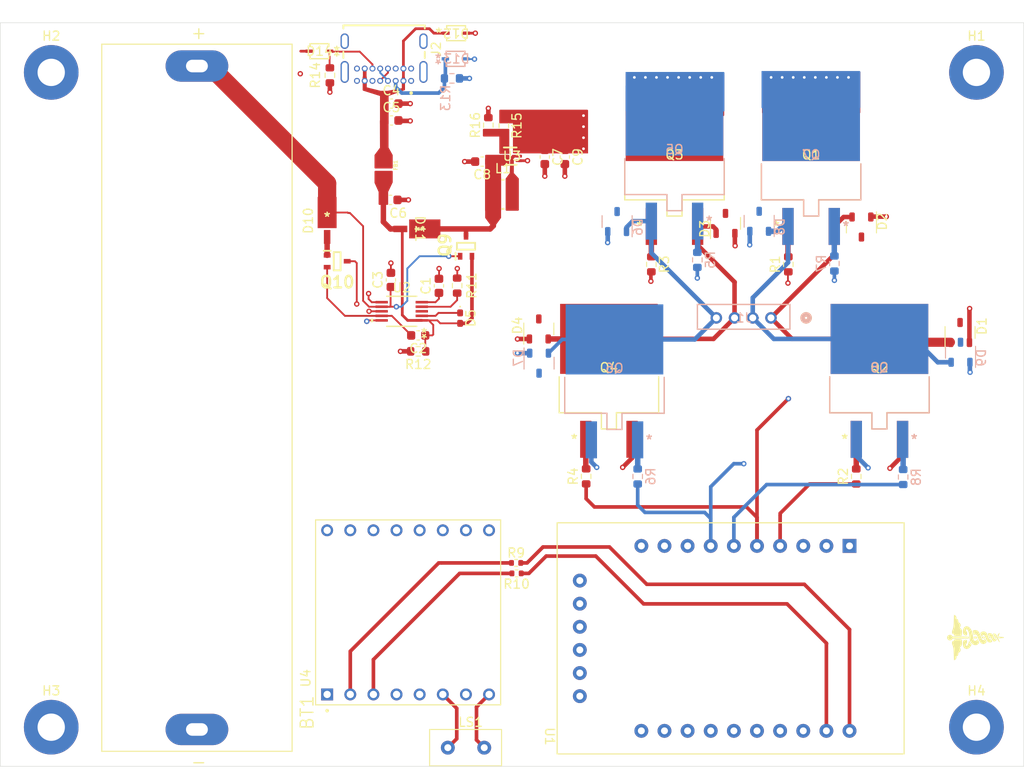
<source format=kicad_pcb>
(kicad_pcb (version 20240108) (generator "pcbnew") (generator_version "8.0")
  (layers (0 "F.Cu" signal) (1 "In1.Cu" signal) (2 "In2.Cu" signal) (31 "B.Cu" signal) (34 "B.Paste" user) (35 "F.Paste" user) (36 "B.SilkS" user "B.Silkscreen") (37 "F.SilkS" user "F.Silkscreen") (38 "B.Mask" user) (39 "F.Mask" user) (44 "Edge.Cuts" user))
  (net 0 "")
  (net 1 "GND")
  (net 2 "Net-(D10-K)")
  (net 3 "Net-(U2-CT)")
  (net 4 "VDD")
  (net 5 "Net-(Q10-G)")
  (net 6 "/Charger/VBUS")
  (net 7 "+5V")
  (net 8 "VCC")
  (net 9 "/Coil_A+")
  (net 10 "/Coil_A-")
  (net 11 "Net-(D5-K)")
  (net 12 "/Coil_B+")
  (net 13 "/Coil_B-")
  (net 14 "Net-(D10-A)")
  (net 15 "/Charger/CC1")
  (net 16 "/Charger/CC2")
  (net 17 "/Charger/DP")
  (net 18 "/Charger/DN")
  (net 21 "Net-(U3-SW)")
  (net 22 "Net-(Q1-Pad1)")
  (net 23 "Net-(Q2-Pad1)")
  (net 24 "Net-(Q3-Pad1)")
  (net 25 "Net-(Q4-Pad1)")
  (net 26 "Net-(Q5-Pad1)")
  (net 27 "Net-(Q6-Pad1)")
  (net 28 "Net-(Q7-Pad1)")
  (net 29 "Net-(Q8-Pad1)")
  (net 30 "Net-(Q10-S)")
  (net 31 "/P1")
  (net 32 "/P2")
  (net 33 "/P3")
  (net 34 "/P4")
  (net 35 "Net-(U2-ISET)")
  (net 36 "Net-(U3-FB)")
  (net 38 "+3V3")
  (net 43 "/SPK-")
  (net 54 "/SPK+")
  (net 61 "Net-(U4-RX)")
  (net 62 "/MP3_RX")
  (net 63 "Net-(U4-TX)")
  (net 64 "/MP3_TX")
  (footprint "Resistor_SMD:R_0603_1608Metric" (layer "F.Cu") (at 166.64075 73.34075 90)
    (property "Reference" "R1")
    (property "Value" "1k")
  )
  (footprint "Footprints:D2PAK" (layer "F.Cu") (at 154.14075 61.30305)
    (property "Reference" "Q3")
    (property "Value" "IRF540NSTRLPBF")
  )
  (footprint "Footprints:21-0061L_MXM" (layer "F.Cu") (at 124.1889 78.5 180)
    (property "Reference" "U2")
    (property "Value" "max1898eub42+T")
  )
  (footprint "MountingHole:MountingHole_3mm_Pad_TopBottom" (layer "F.Cu") (at 187.3 124.2)
    (property "Reference" "H4")
    (property "Value" "MountingHole")
  )
  (footprint "Footprints:SOT65P210X110-3N" (layer "F.Cu") (at 131.25 71.35 90)
    (property "Reference" "Q9")
    (property "Value" "PMOS" (hide yes))
  )
  (footprint "MountingHole:MountingHole_3mm_Pad_TopBottom" (layer "F.Cu") (at 187.3 52.25)
    (property "Reference" "H1")
    (property "Value" "MountingHole")
  )
  (footprint "Resistor_SMD:R_0603_1608Metric" (layer "F.Cu") (at 144.44075 96.64075 90)
    (property "Reference" "R4")
    (property "Value" "1k")
  )
  (footprint "Resistor_SMD:R_0603_1608Metric" (layer "F.Cu") (at 174.1 96.65 90)
    (property "Reference" "R2")
    (property "Value" "1k")
  )
  (footprint "Resistor_SMD:R_0603_1608Metric" (layer "F.Cu") (at 116.3 52.57 -90)
    (property "Reference" "R14")
    (property "Value" "5.1k")
  )
  (footprint "Footprints:POWERMITE1_DO-216AA_MIS_MCH" (layer "F.Cu") (at 115.9975 68.1682)
    (property "Reference" "D10")
    (property "Value" "UPS115UE3/TR7")
  )
  (footprint "Footprints:D2PAK" (layer "F.Cu") (at 176.64075 84.69295)
    (property "Reference" "Q2")
    (property "Value" "IRF540NSTRLPBF")
  )
  (footprint "Resistor_SMD:R_0402_1005Metric" (layer "F.Cu") (at 136.8 107.3 180)
    (property "Reference" "R10")
    (property "Value" "1k")
  )
  (footprint "MountingHole:MountingHole_3mm_Pad_TopBottom" (layer "F.Cu") (at 85.7 124.2)
    (property "Reference" "H3")
    (property "Value" "MountingHole")
  )
  (footprint "Capacitor_SMD:C_0603_1608Metric" (layer "F.Cu") (at 126 81.15 180)
    (property "Reference" "C2")
    (property "Value" "100nF")
  )
  (footprint "Footprints:BAT_BH-18650-PC" (layer "F.Cu") (at 101.7 88 90)
    (property "Reference" "BT1")
    (property "Value" "BH-18650-PC")
  )
  (footprint "MountingHole:MountingHole_3mm_Pad_TopBottom" (layer "F.Cu") (at 85.7 52.25)
    (property "Reference" "H2")
    (property "Value" "MountingHole")
  )
  (footprint "LOGO" (layer "F.Cu") (at 187.199908 114.349802 90)
    (property "Reference" "G***" (hide yes))
    (property "Value" "LOGO" (hide yes))
  )
  (footprint "Capacitor_SMD:C_0603_1608Metric" (layer "F.Cu") (at 123.05 57.53)
    (property "Reference" "C5")
    (property "Value" "1uF")
  )
  (footprint "Resistor_SMD:R_0603_1608Metric" (layer "F.Cu") (at 151.6 73.34075 -90)
    (property "Reference" "R3")
    (property "Value" "1k")
  )
  (footprint "Footprints:P200_SOT-23" (layer "F.Cu") (at 138.21075 81.54075 90)
    (property "Reference" "D4")
    (property "Value" "BAS40-04")
  )
  (footprint "Footprints:GCT_USB4085-GF-A_REVB" (layer "F.Cu") (at 122.25 48.82 180)
    (property "Reference" "J2")
    (property "Value" "USB4085-GF-A_REVB")
  )
  (footprint "ESP8266_THT:ESP8266_THT" (layer "F.Cu") (at 160.3056 114.44 -90)
    (property "Reference" "U1")
    (property "Value" "ESP8266")
  )
  (footprint "Footprints:DRL0006A" (layer "F.Cu") (at 136.3 61.450834)
    (property "Reference" "U3")
    (property "Value" "TPS61023DRLR")
  )
  (footprint "Footprints:D2PAK" (layer "F.Cu") (at 146.94075 84.69295)
    (property "Reference" "Q4")
    (property "Value" "IRF540NSTRLPBF")
  )
  (footprint "Footprints:D2PAK" (layer "F.Cu") (at 169.14075 61.30305)
    (property "Reference" "Q1")
    (property "Value" "IRF540NSTRLPBF")
  )
  (footprint "Resistor_SMD:R_0603_1608Metric" (layer "F.Cu") (at 135.4 58.1 -90)
    (property "Reference" "R15")
    (property "Value" "732k")
  )
  (footprint "Resistor_SMD:R_0402_1005Metric" (layer "F.Cu") (at 136.75 106.15 180)
    (property "Reference" "R9")
    (property "Value" "1k")
  )
  (footprint "Capacitor_SMD:C_0603_1608Metric" (layer "F.Cu") (at 133.025 62.050834 180)
    (property "Reference" "C8")
    (property "Value" "22uF")
  )
  (footprint "Footprints:Speaker" (layer "F.Cu") (at 131.25 126.45)
    (property "Reference" "LS1")
    (property "Value" "Speaker")
  )
  (footprint "Resistor_SMD:R_0603_1608Metric" (layer "F.Cu") (at 126 82.9 180)
    (property "Reference" "R12")
    (property "Value" "100k")
  )
  (footprint "Footprints:MODULE_DFR0299" (layer "F.Cu") (at 124.89 111.583 90)
    (property "Reference" "U4")
    (property "Value" "~")
  )
  (footprint "Capacitor_SMD:C_0603_1608Metric" (layer "F.Cu") (at 128.275566 75.700834 90)
    (property "Reference" "C1")
    (property "Value" "100nF")
  )
  (footprint "Resistor_SMD:R_0603_1608Metric" (layer "F.Cu") (at 133.7 58.050834 90)
    (property "Reference" "R16")
    (property "Value" "100k")
  )
  (footprint "Capacitor_SMD:C_0603_1608Metric" (layer "F.Cu") (at 142.1 61.550834 -90)
    (property "Reference" "C9")
    (property "Value" "10uF")
  )
  (footprint "LED_SMD:LED_0402_1005Metric_Pad0.77x0.64mm_HandSolder" (layer "F.Cu") (at 130.6 79.25 -90)
    (property "Reference" "D5")
    (property "Value" "LED")
  )
  (footprint "Footprints:P200_SOT-23" (layer "F.Cu") (at 184.47 81.93 90)
    (property "Reference" "D1")
    (property "Value" "BAS40-04")
  )
  (footprint "Footprints:POWERMITE1_DO-216AA_MIS_MCH" (layer "F.Cu") (at 126.2 69.45 -90)
    (property "Reference" "D11")
    (property "Value" "UPS115UE3/TR7")
  )
  (footprint "Footprints:P200_SOT-23" (layer "F.Cu") (at 158.71075 69.94075 90)
    (property "Reference" "D3")
    (property "Value" "BAS40-04")
  )
  (footprint "Footprints:TVS_SOD2_DYF_TEX-L" (layer "F.Cu") (at 115.15 49.92 180)
    (property "Reference" "D14")
    (property "Value" "TSD05CDYFR")
  )
  (footprint "Footprints:BEADC2012X105N" (layer "F.Cu") (at 122.2 62.91 -90)
    (property "Reference" "FB1")
    (property "Value" "FBMJ2125HS250NT")
  )
  (footprint "Footprints:P200_SOT-23" (layer "F.Cu") (at 175.70075 68.14075 -90)
    (property "Reference" "D2")
    (property "Value" "BAS40-04")
  )
  (footprint "Footprints:SOT65P210X110-3N" (layer "F.Cu") (at 117.1 73)
    (property "Reference" "Q10")
    (property "Value" "PMOS" (hide yes))
  )
  (footprint "Capacitor_SMD:C_0603_1608Metric" (layer "F.Cu") (at 123.05 55.68)
    (property "Reference" "C4")
    (property "Value" "10uF")
  )
  (footprint "Capacitor_SMD:C_0603_1608Metric" (layer "F.Cu") (at 122.95 66.26)
    (property "Reference" "C6")
    (property "Value" "100nF")
  )
  (footprint "Capacitor_SMD:C_0603_1608Metric" (layer "F.Cu") (at 123 75.05 90)
    (property "Reference" "C3")
    (property "Value" "10uF")
  )
  (footprint "Resistor_SMD:R_0603_1608Metric" (layer "F.Cu") (at 130.275566 75.675834 90)
    (property "Reference" "R11")
    (property "Value" "2.8k")
  )
  (footprint "Footprints:TVS_SOD2_DYF_TEX-L" (layer "F.Cu") (at 130.16 47.94)
    (property "Reference" "D12")
    (property "Value" "TSD05CDYFR")
  )
  (footprint "Capacitor_SMD:C_0603_1608Metric" (layer "F.Cu") (at 139.9 61.550834 -90)
    (property "Reference" "C7")
    (property "Value" "10uF")
  )
  (footprint "Footprints:WE-MAPI_3015" (layer "F.Cu") (at 135.3 65.65)
    (property "Reference" "L1")
    (property "Value" "470nH")
  )
  (footprint "Footprints:P200_SOT-23" (layer "B.Cu") (at 186.58 84.1 90)
    (property "Reference" "D9")
    (property "Value" "BAS40-04")
  )
  (footprint "Resistor_SMD:R_0603_1608Metric" (layer "B.Cu") (at 150.1 96.65 90)
    (property "Reference" "R6")
    (property "Value" "1k")
  )
  (footprint "Resistor_SMD:R_0603_1608Metric" (layer "B.Cu") (at 156.65 72.85 90)
    (property "Reference" "R5")
    (property "Value" "1k")
  )
  (footprint "Resistor_SMD:R_0603_1608Metric" (layer "B.Cu") (at 129.7026 52.91)
    (property "Reference" "R13")
    (property "Value" "5.1k")
  )
  (footprint "Footprints:CONN_S4B-PH-K-S_JST" (layer "B.Cu") (at 164.735849 79.22335 180)
    (property "Reference" "J1")
    (property "Value" "S4B-PH-K-SLFSN")
  )
  (footprint "Resistor_SMD:R_0603_1608Metric" (layer "B.Cu") (at 179.25 96.7127 90)
    (property "Reference" "R8")
    (property "Value" "1k")
  )
  (footprint "Footprints:TVS_SOD2_DYF_TEX-L" (layer "B.Cu") (at 130.1 50.76)
    (property "Reference" "D13")
    (property "Value" "TSD05CDYFR")
  )
  (footprint "Footprints:D2PAK" (layer "B.Cu") (at 147.55 84.7522 180)
    (property "Reference" "Q6")
    (property "Value" "IRF540NSTRLPBF")
  )
  (footprint "Footprints:P200_SOT-23" (layer "B.Cu") (at 138.24 83.1 -90)
    (property "Reference" "D7")
    (property "Value" "BAS40-04")
  )
  (footprint "Footprints:D2PAK" (layer "B.Cu") (at 176.65 84.7 180)
    (property "Reference" "Q8")
    (property "Value" "IRF540NSTRLPBF")
  )
  (footprint "Footprints:P200_SOT-23" (layer "B.Cu") (at 164.47075 69.71075 90)
    (property "Reference" "D8")
    (property "Value" "BAS40-04")
  )
  (footprint "Resistor_SMD:R_0603_1608Metric" (layer "B.Cu") (at 171.7 73.25 -90)
    (property "Reference" "R7")
    (property "Value" "1k")
  )
  (footprint "Footprints:D2PAK" (layer "B.Cu") (at 154.14075 60.71795 180)
    (property "Reference" "Q5")
    (property "Value" "IRF540NSTRLPBF")
  )
  (footprint "Footprints:D2PAK" (layer "B.Cu") (at 169.15 61.3 180)
    (property "Reference" "Q7")
    (property "Value" "IRF540NSTRLPBF")
  )
  (footprint "Footprints:P200_SOT-23" (layer "B.Cu") (at 148.87075 69.74075 90)
    (property "Reference" "D6")
    (property "Value" "BAS40-04")
  )
  (gr_poly (pts (xy 122.65 57.82) (xy 122.65 54.77) (xy 124.45 54.12) (xy 124.45 52.82) (xy 124.3 52.82) (xy 124.3 54.07) (xy 122.65 54.37) (xy 121.85 54.37) (xy 120.25 53.97) (xy 120.25 52.77) (xy 120 52.77) (xy 120 54.17) (xy 121.9 54.77) (xy 121.9 57.58) (xy 121.9 57.87) (xy 122.65 57.87)) (stroke (width 0.2)) (fill solid) (layer "F.Cu") (net 6))
  (gr_poly (pts (xy 121.89 57.57) (xy 121.9 60.56) (xy 121.3 61.36) (xy 121.3 62.71) (xy 123.1 62.71) (xy 123.1 61.36) (xy 122.64 60.53) (xy 122.64 57.57)) (stroke (width 0.2)) (fill solid) (layer "F.Cu") (net 6))
  (gr_poly (pts (xy 144.55 61.05) (xy 136.5 61.05) (xy 136.5 57.75) (xy 135 57.75) (xy 135 56.45) (xy 144.55 56.45)) (stroke (width 0.2)) (fill solid) (layer "F.Cu") (net 7))
  (gr_poly (pts (xy 135.9 61.4) (xy 135.9 62.4) (xy 135 62.4) (xy 135 67.4) (xy 133.45 67.4) (xy 133.45 61.4)) (stroke (width 0.2)) (fill solid) (layer "F.Cu") (net 8))
  (gr_poly (pts (xy 137.28 61.5) (xy 137.28 61.4) (xy 136.4 61.4) (xy 136.2 61.65) (xy 136.15 63.35) (xy 135.7 63.95) (xy 135.7 67.35) (xy 136.95 67.35) (xy 136.95 63.95) (xy 136.4 63.35) (xy 136.4 61.7) (xy 136.55 61.5)) (stroke (width 0.2)) (fill solid) (layer "F.Cu") (net 21))
  (gr_poly (pts (xy 121.3 63.16) (xy 121.3 64.36) (xy 121.75 65.36) (xy 121.75 66.71) (xy 122.6 66.71) (xy 122.6 65.36) (xy 123.1 64.31) (xy 123.1 63.16)) (stroke (width 0.2)) (fill solid) (layer "F.Cu") (net 4))
  (gr_poly (pts (xy 134 68.95) (xy 133.45 68.2) (xy 133.45 63.8) (xy 135 63.8) (xy 135 68.2) (xy 134.45 68.95)) (stroke (width 0.2)) (fill solid) (layer "F.Cu") (net 8))
  (gr_rect (start 148.9 52.55) (end 159.5 56.95) (stroke (width 0.2)) (fill solid) (layer "F.Cu") (net 7))
  (gr_poly (pts (xy 135.9 61.1) (xy 135 61.1) (xy 135 59.2) (xy 133.2 59.2) (xy 133.2 58.55) (xy 135.9 58.55)) (stroke (width 0.2)) (fill solid) (layer "F.Cu") (net 36))
  (gr_rect (start 163.85 52.25) (end 174.45 56.65) (stroke (width 0.2)) (fill solid) (layer "F.Cu") (net 7))
  (gr_rect (start 163.8 52.2) (end 174.45 56.1) (stroke (width 0.2)) (fill solid) (layer "B.Cu") (net 7))
  (gr_rect (start 148.875 52.3) (end 159.525 56.45) (stroke (width 0.2)) (fill solid) (layer "B.Cu") (net 7))
  (gr_rect (start 80.1 46.8) (end 192.5 128.5) (stroke (width 0.05)) (fill none) (layer "Edge.Cuts"))
  (segment (start 136.90925 81.54075) (end 136.9 81.55) (width 0.2) (layer "F.Cu") (net 1))
  (segment (start 121.98545 77.499999) (end 120.899999 77.499999) (width 0.2) (layer "F.Cu") (net 1))
  (segment (start 179.18075 94.36925) (end 179.18075 92.56695) (width 0.5) (layer "F.Cu") (net 1))
  (segment (start 124.05 82.9) (end 125.175 82.9) (width 0.5) (layer "F.Cu") (net 1))
  (segment (start 132.25 62.050834) (end 131.100834 62.050834) (width 0.5) (layer "F.Cu") (net 1))
  (segment (start 114.0324 49.92) (end 113.1 49.92) (width 0.3) (layer "F.Cu") (net 1))
  (segment (start 137.999167 61.950833) (end 138 61.95) (width 0.2) (layer "F.Cu") (net 1))
  (segment (start 137.040001 61.950833) (end 137.999167 61.950833) (width 0.3) (layer "F.Cu") (net 1))
  (segment (start 148.45 95.65) (end 149.48075 94.61925) (width 0.5) (layer "F.Cu") (net 1))
  (segment (start 125.125 57.58) (end 123.925 57.58) (width 0.5) (layer "F.Cu") (net 1))
  (segment (start 139.9 62.325834) (end 139.9 63.65) (width 0.5) (layer "F.Cu") (net 1))
  (segment (start 130.289734 74.836666) (end 130.275566 74.850834) (width 0.2) (layer "F.Cu") (net 1))
  (segment (start 125.125 55.68) (end 123.925 55.68) (width 0.5) (layer "F.Cu") (net 1))
  (segment (start 128.289734 73.800834) (end 128.289734 74.911666) (width 0.2) (layer "F.Cu") (net 1))
  (segment (start 132.27 47.94) (end 131.2776 47.94) (width 0.3) (layer "F.Cu") (net 1))
  (segment (start 177.8 95.75) (end 179.18075 94.36925) (width 0.5) (layer "F.Cu") (net 1))
  (segment (start 133.7 56.2) (end 133.7 57.225834) (width 0.5) (layer "F.Cu") (net 1))
  (segment (start 175.7415 68.1) (end 175.70075 68.14075) (width 0.2) (layer "F.Cu") (net 1))
  (segment (start 120.55 77.15) (end 120.55 76.55) (width 0.2) (layer "F.Cu") (net 1))
  (segment (start 120.899999 77.499999) (end 120.55 77.15) (width 0.2) (layer "F.Cu") (net 1))
  (segment (start 123 73.2) (end 123 74.275) (width 0.2) (layer "F.Cu") (net 1))
  (segment (start 116.3 53.395) (end 116.3 54.42) (width 0.5) (layer "F.Cu") (net 1))
  (segment (start 149.48075 94.61925) (end 149.48075 92.56695) (width 0.5) (layer "F.Cu") (net 1))
  (segment (start 138.21075 81.54075) (end 136.90925 81.54075) (width 0.5) (layer "F.Cu") (net 1))
  (segment (start 121.98545 78.5) (end 120.6 78.5) (width 0.2) (layer "F.Cu") (net 1))
  (segment (start 142.1 62.325834) (end 142.1 63.65) (width 0.5) (layer "F.Cu") (net 1))
  (segment (start 128.289734 74.911666) (end 128.275566 74.925834) (width 0.2) (layer "F.Cu") (net 1))
  (segment (start 130.289734 73.800834) (end 130.289734 74.836666) (width 0.2) (layer "F.Cu") (net 1))
  (segment (start 177.4 68.1) (end 175.7415 68.1) (width 0.5) (layer "F.Cu") (net 1))
  (segment (start 124.925 66.26) (end 123.725 66.26) (width 0.5) (layer "F.Cu") (net 1))
  (segment (start 131.100834 62.050834) (end 131.1 62.05) (width 0.2) (layer "F.Cu") (net 1))
  (via blind (at 177.4 68.1) (size 0.6) (drill 0.3) (layers "F.Cu" "In1.Cu") (net 1))
  (via blind (at 124.05 82.9) (size 0.6) (drill 0.3) (layers "F.Cu" "In1.Cu") (net 1))
  (via blind (at 177.8 95.75) (size 0.6) (drill 0.3) (layers "F.Cu" "In1.Cu") (net 1))
  (via blind (at 132.27 47.94) (size 0.6) (drill 0.3) (layers "F.Cu" "In1.Cu") (net 1))
  (via blind (at 136.9 81.55) (size 0.6) (drill 0.3) (layers "F.Cu" "In1.Cu") (net 1))
  (via blind (at 133.7 56.2) (size 0.6) (drill 0.3) (layers "F.Cu" "In1.Cu") (net 1))
  (via blind (at 138 61.95) (size 0.6) (drill 0.3) (layers "F.Cu" "In1.Cu") (net 1))
  (via blind (at 124.925 66.26) (size 0.6) (drill 0.3) (layers "F.Cu" "In1.Cu") (net 1))
  (via blind (at 131.1 62.05) (size 0.6) (drill 0.3) (layers "F.Cu" "In1.Cu") (net 1))
  (via blind (at 125.125 57.58) (size 0.6) (drill 0.3) (layers "F.Cu" "In1.Cu") (net 1))
  (via blind (at 113.05 52.4) (size 0.6) (drill 0.3) (layers "F.Cu" "In1.Cu") (net 1))
  (via blind (at 116.3 54.42) (size 0.6) (drill 0.3) (layers "F.Cu" "In1.Cu") (net 1))
  (via blind (at 142.1 63.65) (size 0.6) (drill 0.3) (layers "F.Cu" "In1.Cu") (net 1))
  (via blind (at 130.289734 73.800834) (size 0.6) (drill 0.3) (layers "F.Cu" "In1.Cu") (net 1))
  (via blind (at 125.125 55.68) (size 0.6) (drill 0.3) (layers "F.Cu" "In1.Cu") (net 1))
  (via blind (at 148.45 95.65) (size 0.6) (drill 0.3) (layers "F.Cu" "In1.Cu") (net 1))
  (via blind (at 139.9 63.65) (size 0.6) (drill 0.3) (layers "F.Cu" "In1.Cu") (net 1))
  (via blind (at 128.289734 73.800834) (size 0.6) (drill 0.3) (layers "F.Cu" "In1.Cu") (net 1))
  (via blind (at 120.6 78.5) (size 0.6) (drill 0.3) (layers "F.Cu" "In1.Cu") (net 1))
  (via blind (at 120.55 76.55) (size 0.6) (drill 0.3) (layers "F.Cu" "In1.Cu") (net 1))
  (via blind (at 123 73.2) (size 0.6) (drill 0.3) (layers "F.Cu" "In1.Cu") (net 1))
  (via blind (at 145.6 95.65) (size 0.6) (drill 0.3) (layers "In1.Cu" "B.Cu") (net 1))
  (via blind (at 175.4 95.7) (size 0.6) (drill 0.3) (layers "In1.Cu" "B.Cu") (net 1))
  (via blind (at 132.18 50.79) (size 0.6) (drill 0.3) (layers "In1.Cu" "B.Cu") (net 1))
  (via blind (at 186.6 85.2) (size 0.6) (drill 0.3) (layers "In1.Cu" "B.Cu") (net 1))
  (via blind (at 136.9 83.1) (size 0.6) (drill 0.3) (layers "In1.Cu" "B.Cu") (net 1))
  (via blind (at 131.6276 52.91) (size 0.6) (drill 0.3) (layers "In1.Cu" "B.Cu") (net 1))
  (segment (start 186.58 84.1) (end 186.58 85.18) (width 0.5) (layer "B.Cu") (net 1))
  (segment (start 131.6276 52.91) (end 130.5276 52.91) (width 0.5) (layer "B.Cu") (net 1))
  (segment (start 174.11 94.41) (end 175.4 95.7) (width 0.5) (layer "B.Cu") (net 1))
  (segment (start 131.2476 50.79) (end 131.2176 50.76) (width 0.2) (layer "B.Cu") (net 1))
  (segment (start 145.01 92.6262) (end 145.01 95.06) (width 0.5) (layer "B.Cu") (net 1))
  (segment (start 145.01 95.06) (end 145.6 95.65) (width 0.5) (layer "B.Cu") (net 1))
  (segment (start 174.11 92.574) (end 174.11 94.41) (width 0.2) (layer "B.Cu") (net 1))
  (segment (start 132.18 50.79) (end 131.2476 50.79) (width 0.2) (layer "B.Cu") (net 1))
  (segment (start 186.58 85.18) (end 186.6 85.2) (width 0.2) (layer "B.Cu") (net 1))
  (segment (start 138.24 83.1) (end 136.9 83.1) (width 0.5) (layer "B.Cu") (net 1))
  (segment (start 121.98545 78.000001) (end 120.600001 78.000001) (width 0.2) (layer "F.Cu") (net 2))
  (segment (start 123.6 78) (end 121.98545 78.000001) (width 0.2) (layer "F.Cu") (net 2))
  (segment (start 122.9649 77.900001) (end 122.9649 75.9899) (width 0.2) (layer "F.Cu") (net 2))
  (segment (start 115.9975 64.4475) (end 103.1 51.55) (width 2) (layer "F.Cu") (net 2))
  (segment (start 122.8649 78.000001) (end 122.9649 77.900001) (width 0.2) (layer "F.Cu") (net 2))
  (segment (start 129.35 72.45) (end 130.6 72.45) (width 0.2) (layer "F.Cu") (net 2))
  (segment (start 118.2475 67.6475) (end 115.9975 67.6475) (width 0.2) (layer "F.Cu") (net 2))
  (segment (start 115.9975 67.6475) (end 115.9975 64.4475) (width 2) (layer "F.Cu") (net 2))
  (segment (start 118.3 67.7) (end 118.2475 67.6475) (width 0.2) (layer "F.Cu") (net 2))
  (segment (start 119.95 69.15) (end 118.5 67.7) (width 0.2) (layer "F.Cu") (net 2))
  (segment (start 119.95 77.35) (end 119.95 69.15) (width 0.2) (layer "F.Cu") (net 2))
  (segment (start 121.98545 78.000001) (end 122.8649 78.000001) (width 0.2) (layer "F.Cu") (net 2))
  (segment (start 122.9649 75.9899) (end 122.9 75.925) (width 0.2) (layer "F.Cu") (net 2))
  (segment (start 118.5 67.7) (end 118.3 67.7) (width 0.2) (layer "F.Cu") (net 2))
  (segment (start 103.1 51.55) (end 101.7 51.55) (width 0.2) (layer "F.Cu") (net 2))
  (segment (start 120.600001 78.000001) (end 119.95 77.35) (width 0.2) (layer "F.Cu") (net 2))
  (via (at 123.6 78) (size 0.6) (drill 0.3) (layers "F.Cu" "B.Cu") (net 2))
  (via (at 129.35 72.45) (size 0.6) (drill 0.3) (layers "F.Cu" "B.Cu") (net 2))
  (segment (start 124.8 73.8) (end 126.15 72.45) (width 0.2) (layer "B.Cu") (net 2))
  (segment (start 124.15 78) (end 124.8 77.35) (width 0.2) (layer "B.Cu") (net 2))
  (segment (start 123.6 78) (end 124.15 78) (width 0.2) (layer "B.Cu") (net 2))
  (segment (start 126.15 72.45) (end 129.35 72.45) (width 0.2) (layer "B.Cu") (net 2))
  (segment (start 124.8 77.35) (end 124.8 73.8) (width 0.2) (layer "B.Cu") (net 2))
  (segment (start 128.275566 77.124434) (end 127.9 77.5) (width 0.2) (layer "F.Cu") (net 3))
  (segment (start 127.9 77.5) (end 126.39235 77.499999) (width 0.2) (layer "F.Cu") (net 3))
  (segment (start 128.275566 76.475834) (end 128.275566 77.124434) (width 0.2) (layer "F.Cu") (net 3))
  (segment (start 127.55 81.15) (end 126.775 81.15) (width 0.2) (layer "F.Cu") (net 4))
  (segment (start 128.100001 79.500001) (end 126.39235 79.500001) (width 0.2) (layer "F.Cu") (net 4))
  (segment (start 131.9 72.45) (end 131.9 79.25) (width 0.4) (layer "F.Cu") (net 4))
  (segment (start 127.65 80) (end 127.65 81.05) (width 0.2) (layer "F.Cu") (net 4))
  (segment (start 122.95 69.45) (end 124.041 69.45) (width 0.6) (layer "F.Cu") (net 4))
  (segment (start 124.041 69.310301) (end 124.25 69.519301) (width 0.3) (layer "F.Cu") (net 4))
  (segment (start 130.6 79.8225) (end 128.4225 79.8225) (width 0.2) (layer "F.Cu") (net 4))
  (segment (start 124.25 78.910301) (end 124.839699 79.5) (width 0.3) (layer "F.Cu") (net 4))
  (segment (start 128.4225 79.8225) (end 128.100001 79.500001) (width 0.2) (layer "F.Cu") (net 4))
  (segment (start 122.175 68.675) (end 122.95 69.45) (width 0.6) (layer "F.Cu") (net 4))
  (segment (start 127.65 81.05) (end 127.55 81.15) (width 0.2) (layer "F.Cu") (net 4))
  (segment (start 126.39235 79.500001) (end 127.150001 79.500001) (width 0.2) (layer "F.Cu") (net 4))
  (segment (start 126.775 81.15) (end 126.775 82.85) (width 0.2) (layer "F.Cu") (net 4))
  (segment (start 131.3275 79.8225) (end 130.6 79.8225) (width 0.4) (layer "F.Cu") (net 4))
  (segment (start 127.150001 79.500001) (end 127.65 80) (width 0.2) (layer "F.Cu") (net 4))
  (segment (start 124.25 69.519301) (end 124.25 78.910301) (width 0.3) (layer "F.Cu") (net 4))
  (segment (start 131.9 79.25) (end 131.3275 79.8225) (width 0.4) (layer "F.Cu") (net 4))
  (segment (start 126.775 82.85) (end 126.825 82.9) (width 0.2) (layer "F.Cu") (net 4))
  (segment (start 124.839699 79.5) (end 126.39235 79.5) (width 0.3) (layer "F.Cu") (net 4))
  (segment (start 122.175 66.26) (end 122.175 68.675) (width 0.6) (layer "F.Cu") (net 4))
  (segment (start 123.1 79) (end 121.98545 78.999999) (width 0.2) (layer "F.Cu") (net 5))
  (segment (start 117.95 79) (end 121.98545 78.999999) (width 0.2) (layer "F.Cu") (net 5))
  (segment (start 125.225 81.15) (end 125.225 81.125) (width 0.2) (layer "F.Cu") (net 5))
  (segment (start 116 77.05) (end 117.95 79) (width 0.2) (layer "F.Cu") (net 5))
  (segment (start 116 73.65) (end 116 77.05) (width 0.2) (layer "F.Cu") (net 5))
  (segment (start 125.225 81.125) (end 123.1 79) (width 0.2) (layer "F.Cu") (net 5))
  (segment (start 127.23 47.45) (end 127.72 47.94) (width 0.3) (layer "F.Cu") (net 6))
  (segment (start 125.72 47.45) (end 127.23 47.45) (width 0.3) (layer "F.Cu") (net 6))
  (segment (start 122.275 55.68) (end 122.275 57.53) (width 0.5) (layer "F.Cu") (net 6))
  (segment (start 124.375 48.795) (end 125.72 47.45) (width 0.3) (layer "F.Cu") (net 6))
  (segment (start 127.72 47.94) (end 129.0424 47.94) (width 0.3) (layer "F.Cu") (net 6))
  (segment (start 124.375 51.83) (end 124.375 53.18) (width 0.3) (layer "F.Cu") (net 6))
  (segment (start 120.125 51.83) (end 120.125 53.18) (width 0.4) (layer "F.Cu") (net 6))
  (segment (start 124.375 51.83) (end 124.375 48.795) (width 0.3) (layer "F.Cu") (net 6))
  (segment (start 160.77075 69.94075) (end 160.77075 71.27075) (width 0.5) (layer "F.Cu") (net 7))
  (segment (start 160.77075 71.27075) (end 160.8 71.3) (width 0.2) (layer "F.Cu") (net 7))
  (segment (start 186.53 78.22) (end 186.55 78.2) (width 0.2) (layer "F.Cu") (net 7))
  (segment (start 186.53 81.93) (end 186.53 78.22) (width 0.5) (layer "F.Cu") (net 7))
  (via (at 168.39286 52.8) (size 0.6) (drill 0.3) (layers "F.Cu" "B.Cu") (net 7))
  (via (at 150.95 52.8) (size 0.6) (drill 0.3) (layers "F.Cu" "B.Cu") (net 7))
  (via (at 165.96429 52.8) (size 0.6) (drill 0.3) (layers "F.Cu" "B.Cu") (net 7))
  (via (at 153.37857 52.8) (size 0.6) (drill 0.3) (layers "F.Cu" "B.Cu") (net 7))
  (via blind (at 144.15 58.214285) (size 0.6) (drill 0.3) (layers "F.Cu" "In2.Cu") (net 7))
  (via (at 173.25 52.8) (size 0.6) (drill 0.3) (layers "F.Cu" "B.Cu") (net 7))
  (via blind (at 144.15 60.642855) (size 0.6) (drill 0.3) (layers "F.Cu" "In2.Cu") (net 7))
  (via (at 170.82143 52.8) (size 0.6) (drill 0.3) (layers "F.Cu" "B.Cu") (net 7))
  (via blind (at 144.15 57) (size 0.6) (drill 0.3) (layers "F.Cu" "In2.Cu") (net 7))
  (via (at 154.592855 52.8) (size 0.6) (drill 0.3) (layers "F.Cu" "B.Cu") (net 7))
  (via blind (at 186.55 78.2) (size 0.6) (drill 0.3) (layers "F.Cu" "In2.Cu") (net 7))
  (via (at 152.164285 52.8) (size 0.6) (drill 0.3) (layers "F.Cu" "B.Cu") (net 7))
  (via (at 155.80714 52.8) (size 0.6) (drill 0.3) (layers "F.Cu" "B.Cu") (net 7))
  (via (at 167.178575 52.8) (size 0.6) (drill 0.3) (layers "F.Cu" "B.Cu") (net 7))
  (via (at 157.021425 52.8) (size 0.6) (drill 0.3) (layers "F.Cu" "B.Cu") (net 7))
  (via blind (at 160.8 71.3) (size 0.6) (drill 0.3) (layers "F.Cu" "In2.Cu") (net 7))
  (via (at 169.607145 52.8) (size 0.6) (drill 0.3) (layers "F.Cu" "B.Cu") (net 7))
  (via (at 164.75 52.8) (size 0.6) (drill 0.3) (layers "F.Cu" "B.Cu") (net 7))
  (via blind (at 144.15 59.42857) (size 0.6) (drill 0.3) (layers "F.Cu" "In2.Cu") (net 7))
  (via (at 172.035715 52.8) (size 0.6) (drill 0.3) (layers "F.Cu" "B.Cu") (net 7))
  (via (at 149.73571 52.8) (size 0.6) (drill 0.3) (layers "F.Cu" "B.Cu") (net 7))
  (via (at 158.23571 52.8) (size 0.6) (drill 0.3) (layers "F.Cu" "B.Cu") (net 7))
  (via blind (at 162.4 71.2) (size 0.6) (drill 0.3) (layers "In2.Cu" "B.Cu") (net 7))
  (via blind (at 146.8 70.95) (size 0.6) (drill 0.3) (layers "In2.Cu" "B.Cu") (net 7))
  (segment (start 146.81075 70.93925) (end 146.8 70.95) (width 0.2) (layer "B.Cu") (net 7))
  (segment (start 162.41075 69.71075) (end 162.41075 71.18925) (width 0.5) (layer "B.Cu") (net 7))
  (segment (start 173.25 55.1315) (end 170.84075 57.54075) (width 0.2) (layer "B.Cu") (net 7))
  (segment (start 146.81075 69.74075) (end 146.81075 70.93925) (width 0.5) (layer "B.Cu") (net 7))
  (segment (start 162.41075 71.18925) (end 162.4 71.2) (width 0.2) (layer "B.Cu") (net 7))
  (segment (start 126.7207 69.45) (end 128.45 69.45) (width 0.5) (layer "F.Cu") (net 8))
  (segment (start 134.25 65.65) (end 134.25 69.1) (width 0.6) (layer "F.Cu") (net 8))
  (segment (start 131.15 69.45) (end 131.25 69.55) (width 0.5) (layer "F.Cu") (net 8))
  (segment (start 131.25 69.55) (end 131.25 70.25) (width 0.5) (layer "F.Cu") (net 8))
  (segment (start 133.9 69.45) (end 126.7207 69.45) (width 0.6) (layer "F.Cu") (net 8))
  (segment (start 128.45 69.45) (end 130.15 69.45) (width 0.5) (layer "F.Cu") (net 8))
  (segment (start 126.7207 69.45) (end 131.15 69.45) (width 0.5) (layer "F.Cu") (net 8))
  (segment (start 134.25 69.1) (end 133.9 69.45) (width 0.6) (layer "F.Cu") (net 8))
  (segment (start 184.47 81.93) (end 184.44 81.9) (width 0.2) (layer "F.Cu") (net 9))
  (segment (start 172.70925 68.14075) (end 171.68075 69.16925) (width 0.5) (layer "F.Cu") (net 9))
  (segment (start 173.64075 68.14075) (end 172.70925 68.14075) (width 0.5) (layer "F.Cu") (net 9))
  (segment (start 171.68075 69.16925) (end 171.68075 69.17705) (width 0.5) (layer "F.Cu") (net 9))
  (segment (start 171.68075 72.278449) (end 164.735849 79.22335) (width 0.5) (layer "F.Cu") (net 9))
  (segment (start 171.68075 69.17705) (end 171.68075 72.278449) (width 0.5) (layer "F.Cu") (net 9))
  (segment (start 167.043149 81.53065) (end 164.735849 79.22335) (width 0.5) (layer "F.Cu") (net 9))
  (segment (start 177.0101 81.9) (end 176.64075 81.53065) (width 0.2) (layer "F.Cu") (net 9))
  (segment (start 176.64075 81.53065) (end 167.043149 81.53065) (width 0.5) (layer "F.Cu") (net 9))
  (segment (start 184.44 81.9) (end 177.0101 81.9) (width 1) (layer "F.Cu") (net 9))
  (segment (start 146.94075 81.53065) (end 145.73065 81.53065) (width 0.2) (layer "F.Cu") (net 10))
  (segment (start 158.37705 69.17705) (end 156.68075 69.17705) (width 0.5) (layer "F.Cu") (net 10))
  (segment (start 158.428549 81.53065) (end 160.735849 79.22335) (width 0.5) (layer "F.Cu") (net 10))
  (segment (start 160.735849 75.314151) (end 160.735849 79.22335) (width 0.5) (layer "F.Cu") (net 10))
  (segment (start 146.94075 81.53065) (end 158.428549 81.53065) (width 0.5) (layer "F.Cu") (net 10))
  (segment (start 145.72055 81.54075) (end 140.27075 81.54075) (width 0.6) (layer "F.Cu") (net 10))
  (segment (start 145.73065 81.53065) (end 145.72055 81.54075) (width 0.2) (layer "F.Cu") (net 10))
  (segment (start 158.71075 69.51075) (end 158.37705 69.17705) (width 0.5) (layer "F.Cu") (net 10))
  (segment (start 158.71075 69.94075) (end 158.71075 69.51075) (width 0.5) (layer "F.Cu") (net 10))
  (segment (start 160.735849 75.285849) (end 156.68075 71.23075) (width 0.5) (layer "F.Cu") (net 10))
  (segment (start 160.735849 75.314151) (end 160.735849 75.285849) (width 0.5) (layer "F.Cu") (net 10))
  (segment (start 156.68075 71.23075) (end 156.68075 69.17705) (width 0.5) (layer "F.Cu") (net 10))
  (segment (start 128.2225 78.6775) (end 130.6 78.6775) (width 0.2) (layer "F.Cu") (net 11))
  (segment (start 127.900001 78.999999) (end 128.2225 78.6775) (width 0.2) (layer "F.Cu") (net 11))
  (segment (start 126.39235 78.999999) (end 127.900001 78.999999) (width 0.2) (layer "F.Cu") (net 11))
  (segment (start 156.369301 81.5899) (end 158.735851 79.22335) (width 0.5) (layer "B.Cu") (net 12))
  (segment (start 147.55 81.5899) (end 156.369301 81.5899) (width 0.5) (layer "B.Cu") (net 12))
  (segment (start 151.60075 68.59195) (end 151.60075 72.088249) (width 0.5) (layer "B.Cu") (net 12))
  (segment (start 149.55805 68.59195) (end 151.60075 68.59195) (width 0.5) (layer "B.Cu") (net 12))
  (segment (start 140.3 83.1) (end 141.8101 81.5899) (width 0.4) (layer "B.Cu") (net 12))
  (segment (start 151.60075 72.088249) (end 158.735851 79.22335) (width 0.5) (layer "B.Cu") (net 12))
  (segment (start 148.87075 69.27925) (end 149.55805 68.59195) (width 0.5) (layer "B.Cu") (net 12))
  (segment (start 141.8101 81.5899) (end 147.55 81.5899) (width 0.4) (layer "B.Cu") (net 12))
  (segment (start 148.87075 69.74075) (end 148.87075 69.27925) (width 0.2) (layer "B.Cu") (net 12))
  (segment (start 166.61 73.14) (end 166.61 69.174) (width 0.5) (layer "B.Cu") (net 13))
  (segment (start 165.43925 69.71075) (end 164.47075 69.71075) (width 0.6) (layer "B.Cu") (net 13))
  (segment (start 183.05 84.1) (end 184.52 84.1) (width 0.5) (layer "B.Cu") (net 13))
  (segment (start 166.61 69.174) (end 165.976 69.174) (width 0.2) (layer "B.Cu") (net 13))
  (segment (start 176.65 81.5377) (end 180.4877 81.5377) (width 0.2) (layer "B.Cu") (net 13))
  (segment (start 176.65 81.5377) (end 165.0502 81.5377) (width 0.5) (layer "B.Cu") (net 13))
  (segment (start 162.73585 77.01415) (end 166.61 73.14) (width 0.5) (layer "B.Cu") (net 13))
  (segment (start 165.976 69.174) (end 165.43925 69.71075) (width 0.6) (layer "B.Cu") (net 13))
  (segment (start 163.32665 79.22335) (end 162.73585 79.22335) (width 0.2) (layer "B.Cu") (net 13))
  (segment (start 180.4877 81.5377) (end 183.05 84.1) (width 0.5) (layer "B.Cu") (net 13))
  (segment (start 162.75 79.2092) (end 162.73585 79.22335) (width 0.2) (layer "B.Cu") (net 13))
  (segment (start 162.73585 79.22335) (end 162.73585 77.01415) (width 0.5) (layer "B.Cu") (net 13))
  (segment (start 165.0502 81.5377) (end 162.73585 79.22335) (width 0.5) (layer "B.Cu") (net 13))
  (segment (start 115.9975 70.3272) (end 115.9975 72.3475) (width 0.6) (layer "F.Cu") (net 14))
  (segment (start 115.9975 72.3475) (end 116 72.35) (width 0.2) (layer "F.Cu") (net 14))
  (segment (start 128.8776 52.91) (end 128.8776 53.8924) (width 0.4) (layer "B.Cu") (net 15))
  (segment (start 124.2 54.52) (end 128.25 54.52) (width 0.4) (layer "B.Cu") (net 15))
  (segment (start 123.525 53.845) (end 124.2 54.52) (width 0.4) (layer "B.Cu") (net 15))
  (segment (start 128.9824 52.8052) (end 128.8776 52.91) (width 0.2) (layer "B.Cu") (net 15))
  (segment (start 128.8776 53.8924) (end 128.25 54.52) (width 0.4) (layer "B.Cu") (net 15))
  (segment (start 128.9824 50.76) (end 128.9824 52.8052) (width 0.4) (layer "B.Cu") (net 15))
  (segment (start 123.525 53.18) (end 123.525 53.845) (width 0.4) (layer "B.Cu") (net 15))
  (segment (start 120.975 51.83) (end 120.975 51.370381) (width 0.2) (layer "F.Cu") (net 16))
  (segment (start 119.574619 49.97) (end 116 49.97) (width 0.2) (layer "F.Cu") (net 16))
  (segment (start 116.2676 49.92) (end 116.2676 51.7126) (width 0.2) (layer "F.Cu") (net 16))
  (segment (start 116.05 49.92) (end 116.2676 49.92) (width 0.2) (layer "F.Cu") (net 16))
  (segment (start 116 49.97) (end 116.05 49.92) (width 0.2) (layer "F.Cu") (net 16))
  (segment (start 116.2676 51.7126) (end 116.3 51.745) (width 0.2) (layer "F.Cu") (net 16))
  (segment (start 120.975 51.370381) (end 119.574619 49.97) (width 0.2) (layer "F.Cu") (net 16))
  (segment (start 122.675 53.146116) (end 122.675 53.18) (width 0.2) (layer "B.Cu") (net 17))
  (segment (start 121.825 51.83) (end 121.825 52.296116) (width 0.2) (layer "B.Cu") (net 17))
  (segment (start 121.825 52.296116) (end 122.675 53.146116) (width 0.2) (layer "B.Cu") (net 17))
  (segment (start 122.675 51.83) (end 122.675 52.289619) (width 0.2) (layer "F.Cu") (net 18))
  (segment (start 122.675 52.289619) (end 121.825 53.139619) (width 0.2) (layer "F.Cu") (net 18))
  (segment (start 121.825 53.139619) (end 121.825 53.18) (width 0.2) (layer "F.Cu") (net 18))
  (segment (start 166.60075 69.17705) (end 166.60075 72.47575) (width 0.6) (layer "F.Cu") (net 22))
  (segment (start 166.60075 72.47575) (end 166.64075 72.51575) (width 0.2) (layer "F.Cu") (net 22))
  (segment (start 174.10075 92.56695) (end 174.10075 95.82425) (width 0.6) (layer "F.Cu") (net 23))
  (segment (start 174.10075 95.82425) (end 174.1 95.825) (width 0.2) (layer "F.Cu") (net 23))
  (segment (start 151.60075 69.17705) (end 151.60075 72.45575) (width 0.6) (layer "F.Cu") (net 24))
  (segment (start 151.60075 72.45575) (end 151.54075 72.51575) (width 0.2) (layer "F.Cu") (net 24))
  (segment (start 144.40075 92.56695) (end 144.40075 95.77575) (width 0.6) (layer "F.Cu") (net 25))
  (segment (start 144.40075 95.77575) (end 144.44075 95.81575) (width 0.2) (layer "F.Cu") (net 25))
  (segment (start 156.68075 71.98075) (end 156.74075 72.04075) (width 0.2) (layer "B.Cu") (net 26))
  (segment (start 156.68075 68.59195) (end 156.68075 71.98075) (width 0.6) (layer "B.Cu") (net 26))
  (segment (start 150.1 95.825) (end 150.1 92.6362) (width 0.6) (layer "B.Cu") (net 27))
  (segment (start 150.1 92.6362) (end 150.09 92.6262) (width 0.2) (layer "B.Cu") (net 27))
  (segment (start 171.69 72.415) (end 171.7 72.425) (width 0.2) (layer "B.Cu") (net 28))
  (segment (start 171.69 69.174) (end 171.69 72.415) (width 0.6) (layer "B.Cu") (net 28))
  (segment (start 179.25 95.8877) (end 179.25 92.634) (width 0.6) (layer "B.Cu") (net 29))
  (segment (start 179.25 92.634) (end 179.19 92.574) (width 0.2) (layer "B.Cu") (net 29))
  (segment (start 119.25 73.2) (end 119.05 73) (width 0.2) (layer "F.Cu") (net 30))
  (segment (start 120.449999 79.5) (end 121.98545 79.500001) (width 0.2) (layer "F.Cu") (net 30))
  (segment (start 119.25 77.7) (end 119.25 73.2) (width 0.2) (layer "F.Cu") (net 30))
  (segment (start 119.05 73) (end 118.2 73) (width 0.2) (layer "F.Cu") (net 30))
  (segment (start 120.35 79.599999) (end 120.449999 79.5) (width 0.2) (layer "F.Cu") (net 30))
  (via blind (at 119.25 77.7) (size 0.6) (drill 0.3) (layers "F.Cu" "In2.Cu") (net 30))
  (via (at 120.35 79.599999) (size 0.6) (drill 0.3) (layers "F.Cu" "B.Cu") (net 30))
  (segment (start 162.05 100) (end 163.2012 101.1512) (width 0.4) (layer "F.Cu") (net 31))
  (segment (start 145.35 100) (end 162.05 100) (width 0.4) (layer "F.Cu") (net 31))
  (segment (start 144.44075 97.46575) (end 144.44075 99.09075) (width 0.4) (layer "F.Cu") (net 31))
  (segment (start 166.65 88.1) (end 163.2012 91.5488) (width 0.4) (layer "F.Cu") (net 31))
  (segment (start 163.2012 101.1512) (end 163.2012 104.28) (width 0.4) (layer "F.Cu") (net 31))
  (segment (start 166.6 74.2065) (end 166.64075 74.16575) (width 0.2) (layer "F.Cu") (net 31))
  (segment (start 166.6 75.4) (end 166.6 74.2065) (width 0.2) (layer "F.Cu") (net 31))
  (segment (start 144.44075 99.09075) (end 145.35 100) (width 0.4) (layer "F.Cu") (net 31))
  (segment (start 163.2012 91.5488) (end 163.2012 104.28) (width 0.4) (layer "F.Cu") (net 31))
  (via (at 166.65 88.1) (size 0.6) (drill 0.3) (layers "F.Cu" "B.Cu") (net 31))
  (via blind (at 166.6 75.4) (size 0.6) (drill 0.3) (layers "F.Cu" "In1.Cu") (net 31))
  (segment (start 165.75 100.7) (end 165.75 100.9) (width 0.4) (layer "F.Cu") (net 32))
  (segment (start 151.55 74.175) (end 151.54075 74.16575) (width 0.2) (layer "F.Cu") (net 32))
  (segment (start 168.975 97.475) (end 165.75 100.7) (width 0.4) (layer "F.Cu") (net 32))
  (segment (start 151.55 75.2) (end 151.55 74.175) (width 0.4) (layer "F.Cu") (net 32))
  (segment (start 165.75 100.9) (end 165.7412 100.9088) (width 0.2) (layer "F.Cu") (net 32))
  (segment (start 165.7412 100.9088) (end 165.7412 104.28) (width 0.4) (layer "F.Cu") (net 32))
  (segment (start 174.1 97.475) (end 168.975 97.475) (width 0.4) (layer "F.Cu") (net 32))
  (via blind (at 151.55 75.2) (size 0.6) (drill 0.3) (layers "F.Cu" "In1.Cu") (net 32))
  (via blind (at 156.65 74.85) (size 0.6) (drill 0.3) (layers "In2.Cu" "B.Cu") (net 33))
  (segment (start 164.2623 97.5377) (end 160.6612 101.1388) (width 0.4) (layer "B.Cu") (net 33))
  (segment (start 156.65 73.675) (end 156.65 74.85) (width 0.4) (layer "B.Cu") (net 33))
  (segment (start 179.25 97.5377) (end 164.2623 97.5377) (width 0.4) (layer "B.Cu") (net 33))
  (segment (start 160.6612 101.1388) (end 160.6612 104.28) (width 0.4) (layer "B.Cu") (net 33))
  (via blind (at 171.7 75.1) (size 0.6) (drill 0.3) (layers "In2.Cu" "B.Cu") (net 34))
  (via blind (at 161.75 95.25) (size 0.6) (drill 0.3) (layers "In2.Cu" "B.Cu") (net 34))
  (segment (start 158.1212 101.2712) (end 158.1212 104.28) (width 0.2) (layer "B.Cu") (net 34))
  (segment (start 157.45 100.6) (end 158.1212 101.2712) (width 0.4) (layer "B.Cu") (net 34))
  (segment (start 171.7 74.075) (end 171.7 74.95) (width 0.4) (layer "B.Cu") (net 34))
  (segment (start 150.1 97.475) (end 150.1 99.8) (width 0.4) (layer "B.Cu") (net 34))
  (segment (start 158.1212 97.7788) (end 158.1212 104.28) (width 0.4) (layer "B.Cu") (net 34))
  (segment (start 161.75 95.25) (end 160.65 95.25) (width 0.4) (layer "B.Cu") (net 34))
  (segment (start 150.9 100.6) (end 157.45 100.6) (width 0.4) (layer "B.Cu") (net 34))
  (segment (start 150.1 99.8) (end 150.9 100.6) (width 0.4) (layer "B.Cu") (net 34))
  (segment (start 171.7 74.95) (end 171.6 75.05) (width 0.2) (layer "B.Cu") (net 34))
  (segment (start 160.65 95.25) (end 158.1212 97.7788) (width 0.4) (layer "B.Cu") (net 34))
  (segment (start 130.275566 76.500834) (end 130.275566 77.274434) (width 0.2) (layer "F.Cu") (net 35))
  (segment (start 130.275566 77.274434) (end 129.55 78) (width 0.2) (layer "F.Cu") (net 35))
  (segment (start 129.55 78) (end 126.39235 78.000001) (width 0.2) (layer "F.Cu") (net 35))
  (segment (start 132.4 121.98) (end 133.78 120.6) (width 0.4) (layer "F.Cu") (net 43))
  (segment (start 133.25 126.45) (end 132.4 125.6) (width 0.4) (layer "F.Cu") (net 43))
  (segment (start 132.4 125.6) (end 132.4 121.98) (width 0.4) (layer "F.Cu") (net 43))
  (segment (start 130.23 122.13) (end 128.7 120.6) (width 0.4) (layer "F.Cu") (net 54))
  (segment (start 130.23 125.47) (end 130.23 122.13) (width 0.4) (layer "F.Cu") (net 54))
  (segment (start 129.25 126.45) (end 130.23 125.47) (width 0.4) (layer "F.Cu") (net 54))
  (segment (start 128.55 106.15) (end 136.24 106.15) (width 0.4) (layer "F.Cu") (net 61))
  (segment (start 128.25 106.15) (end 118.54 115.86) (width 0.4) (layer "F.Cu") (net 61))
  (segment (start 128.55 106.15) (end 128.25 106.15) (width 0.4) (layer "F.Cu") (net 61))
  (segment (start 118.54 115.86) (end 118.54 120.6) (width 0.4) (layer "F.Cu") (net 61))
  (segment (start 137.95 106.15) (end 139.7 104.4) (width 0.4) (layer "F.Cu") (net 62))
  (segment (start 139.7 104.4) (end 147 104.4) (width 0.4) (layer "F.Cu") (net 62))
  (segment (start 173.3612 113.4612) (end 173.3612 124.6) (width 0.4) (layer "F.Cu") (net 62))
  (segment (start 147 104.4) (end 151.1 108.5) (width 0.4) (layer "F.Cu") (net 62))
  (segment (start 168.4 108.5) (end 173.3612 113.4612) (width 0.4) (layer "F.Cu") (net 62))
  (segment (start 151.1 108.5) (end 168.4 108.5) (width 0.4) (layer "F.Cu") (net 62))
  (segment (start 137.26 106.15) (end 137.95 106.15) (width 0.4) (layer "F.Cu") (net 62))
  (segment (start 121.08 116.77) (end 130.55 107.3) (width 0.4) (layer "F.Cu") (net 63))
  (segment (start 130.55 107.3) (end 136.29 107.3) (width 0.4) (layer "F.Cu") (net 63))
  (segment (start 121.08 120.6) (end 121.08 116.77) (width 0.4) (layer "F.Cu") (net 63))
  (segment (start 140.05 105.4) (end 145.5 105.4) (width 0.4) (layer "F.Cu") (net 64))
  (segment (start 166.5 110.65) (end 170.82 114.97) (width 0.4) (layer "F.Cu") (net 64))
  (segment (start 170.8212 115.0312) (end 170.8212 124.6) (width 0.4) (layer "F.Cu") (net 64))
  (segment (start 145.5 105.4) (end 150.75 110.65) (width 0.4) (layer "F.Cu") (net 64))
  (segment (start 170.82 114.97) (end 170.82 115.03) (width 0.4) (layer "F.Cu") (net 64))
  (segment (start 138.15 107.3) (end 140.05 105.4) (width 0.4) (layer "F.Cu") (net 64))
  (segment (start 170.82 115.03) (end 170.8212 115.0312) (width 0.4) (layer "F.Cu") (net 64))
  (segment (start 137.31 107.3) (end 138.15 107.3) (width 0.4) (layer "F.Cu") (net 64))
  (segment (start 150.75 110.65) (end 166.5 110.65) (width 0.4) (layer "F.Cu") (net 64))
)
</source>
